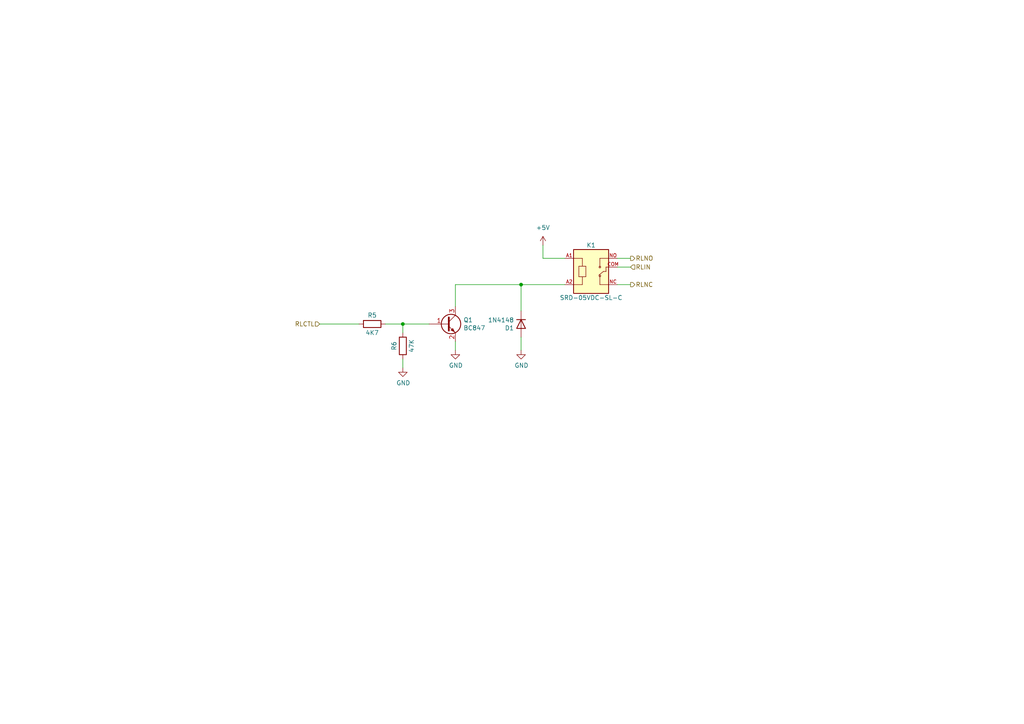
<source format=kicad_sch>
(kicad_sch (version 20211123) (generator eeschema)
  (paper "A4")
  (title_block (title "KAPAK/VANA KONTROL KARTI") (date "2022-06-28") (rev "2.0") (company "AKIM Elektronik LTD. STI.") (comment 1 "kursad@akim.com.tr") (comment 2 "Kursad Karslioglu"))
  (lib_symbols
    (symbol "Damlama:SRD-05VDC-SL-C" (pin_names (offset 1.016))
      (property "Reference" "K" (at -5.0809 5.843 0))
      (property "Value" "SRD-05VDC-SL-C" (at -5.0832 -10.1664 0))
      (symbol "SRD-05VDC-SL-C_0_0"
        (rectangle (start -5.08 -7.62) (end 5.08 5.08) (stroke (width 0.254)) (fill (type background)))
        (polyline (pts (xy -5.08 2.54) (xy -2.54 2.54)) (stroke (width 0.1524)))
        (polyline (pts (xy -3.556 -2.794) (xy -2.54 -2.794)) (stroke (width 0.1524)))
        (polyline (pts (xy -3.556 0.254) (xy -3.556 -2.794)) (stroke (width 0.1524)))
        (polyline (pts (xy -2.54 -5.08) (xy -5.08 -5.08)) (stroke (width 0.1524)))
        (polyline (pts (xy -2.54 -2.794) (xy -2.54 -5.08)) (stroke (width 0.1524)))
        (polyline (pts (xy -2.54 -2.794) (xy -1.524 -2.794)) (stroke (width 0.1524)))
        (polyline (pts (xy -2.54 0.254) (xy -3.556 0.254)) (stroke (width 0.1524)))
        (polyline (pts (xy -2.54 2.54) (xy -2.54 0.254)) (stroke (width 0.1524)))
        (polyline (pts (xy -1.524 -2.794) (xy -1.524 0.254)) (stroke (width 0.1524)))
        (polyline (pts (xy -1.524 0.254) (xy -2.54 0.254)) (stroke (width 0.1524)))
        (polyline (pts (xy 2.54 -5.08) (xy 5.08 -5.08)) (stroke (width 0.1524)))
        (polyline (pts (xy 2.54 -2.54) (xy 2.54 -5.08)) (stroke (width 0.1524)))
        (polyline (pts (xy 2.54 2.54) (xy 2.54 0)) (stroke (width 0.1524)))
        (polyline (pts (xy 3.556 -1.27) (xy 2.286 -2.286)) (stroke (width 0.1524)))
        (polyline (pts (xy 3.556 -1.27) (xy 4.318 -1.27)) (stroke (width 0.1524)))
        (polyline (pts (xy 4.318 -1.27) (xy 4.318 0)) (stroke (width 0.1524)))
        (polyline (pts (xy 4.318 0) (xy 5.08 0)) (stroke (width 0.1524)))
        (polyline (pts (xy 5.08 2.54) (xy 2.54 2.54)) (stroke (width 0.1524)))
        (circle (center 2.54 -2.54) (radius 0.254) (stroke (width 0.1524)))
        (circle (center 2.54 0) (radius 0.254) (stroke (width 0.1524)))
        (pin passive line (at -7.62 2.54 0) (length 2.54) (name "~") (number "A1"))
        (pin passive line (at -7.62 -5.08 0) (length 2.54) (name "~") (number "A2"))
        (pin passive line (at 7.62 0 180) (length 2.54) (name "~") (number "COM"))
        (pin passive line (at 7.62 -5.08 180) (length 2.54) (name "~") (number "NC"))
        (pin passive line (at 7.62 2.54 180) (length 2.54) (name "~") (number "NO"))
      )
    )
    (symbol "Device:R" (pin_numbers hide) (pin_names (offset 0))
      (property "Reference" "R" (at 2.032 0 90))
      (property "Value" "R" (at 0 0 90))
      (symbol "R_0_1"
        (rectangle (start -1.016 -2.54) (end 1.016 2.54) (stroke (width 0.254)))
      )
      (symbol "R_1_1"
        (pin passive line (at 0 3.81 270) (length 1.27) (name "~") (number "1"))
        (pin passive line (at 0 -3.81 90) (length 1.27) (name "~") (number "2"))
      )
    )
    (symbol "Diode:1N4148" (pin_numbers hide) (pin_names (offset 1.016) hide)
      (property "Reference" "D" (at 0 2.54 0))
      (property "Value" "1N4148" (at 0 -2.54 0))
      (symbol "1N4148_0_1"
        (polyline (pts (xy -1.27 1.27) (xy -1.27 -1.27)) (stroke (width 0.254)))
        (polyline (pts (xy 1.27 0) (xy -1.27 0)))
        (polyline (pts (xy 1.27 1.27) (xy 1.27 -1.27) (xy -1.27 0) (xy 1.27 1.27)) (stroke (width 0.254)))
      )
      (symbol "1N4148_1_1"
        (pin passive line (at -3.81 0 0) (length 2.54) (name "K") (number "1"))
        (pin passive line (at 3.81 0 180) (length 2.54) (name "A") (number "2"))
      )
    )
    (symbol "Transistor_BJT:BC847" (pin_names (offset 0) hide)
      (property "Reference" "Q" (at 5.08 1.905 0))
      (property "Value" "BC847" (at 5.08 0 0))
      (symbol "BC847_0_1"
        (polyline (pts (xy 0.635 0.635) (xy 2.54 2.54)))
        (polyline (pts (xy 0.635 -0.635) (xy 2.54 -2.54) (xy 2.54 -2.54)))
        (polyline (pts (xy 0.635 1.905) (xy 0.635 -1.905) (xy 0.635 -1.905)) (stroke (width 0.508)))
        (polyline (pts (xy 1.27 -1.778) (xy 1.778 -1.27) (xy 2.286 -2.286) (xy 1.27 -1.778) (xy 1.27 -1.778)) (fill (type outline)))
        (circle (center 1.27 0) (radius 2.8194) (stroke (width 0.254)))
      )
      (symbol "BC847_1_1"
        (pin input line (at -5.08 0 0) (length 5.715) (name "B") (number "1"))
        (pin passive line (at 2.54 -5.08 90) (length 2.54) (name "E") (number "2"))
        (pin passive line (at 2.54 5.08 270) (length 2.54) (name "C") (number "3"))
      )
    )
    (symbol "power:+5V" (power) (pin_names (offset 0))
      (property "Value" "+5V" (at 0 3.556 0))
      (symbol "+5V_0_1"
        (polyline (pts (xy -0.762 1.27) (xy 0 2.54)))
        (polyline (pts (xy 0 0) (xy 0 2.54)))
        (polyline (pts (xy 0 2.54) (xy 0.762 1.27)))
      )
      (symbol "+5V_1_1"
        (pin power_in line (at 0 0 90) (length 0) hide (name "+5V") (number "1"))
      )
    )
    (symbol "power:GND" (power) (pin_names (offset 0))
      (property "Value" "GND" (at 0 -3.81 0))
      (symbol "GND_0_1"
        (polyline (pts (xy 0 0) (xy 0 -1.27) (xy 1.27 -1.27) (xy 0 -2.54) (xy -1.27 -1.27) (xy 0 -1.27)))
      )
      (symbol "GND_1_1"
        (pin power_in line (at 0 0 270) (length 0) hide (name "GND") (number "1"))
      )
    )
  )
  (junction (at 116.84 93.98))
  (junction (at 151.13 82.55))
  (wire (pts (xy 151.13 82.55) (xy 151.13 90.17)))
  (wire (pts (xy 132.08 82.55) (xy 132.08 88.9)))
  (wire (pts (xy 157.48 74.93) (xy 163.83 74.93)))
  (wire (pts (xy 179.07 77.47) (xy 182.88 77.47)))
  (wire (pts (xy 116.84 93.98) (xy 124.46 93.98)))
  (wire (pts (xy 179.07 74.93) (xy 182.88 74.93)))
  (wire (pts (xy 116.84 96.52) (xy 116.84 93.98)))
  (wire (pts (xy 151.13 97.79) (xy 151.13 101.6)))
  (wire (pts (xy 132.08 99.06) (xy 132.08 101.6)))
  (wire (pts (xy 179.07 82.55) (xy 182.88 82.55)))
  (wire (pts (xy 111.76 93.98) (xy 116.84 93.98)))
  (wire (pts (xy 151.13 82.55) (xy 163.83 82.55)))
  (wire (pts (xy 157.48 71.12) (xy 157.48 74.93)))
  (wire (pts (xy 116.84 106.68) (xy 116.84 104.14)))
  (wire (pts (xy 132.08 82.55) (xy 151.13 82.55)))
  (wire (pts (xy 92.71 93.98) (xy 104.14 93.98)))
  (hierarchical_label "RLCTL" (shape input) (at 92.71 93.98 180))
  (hierarchical_label "RLIN" (shape input) (at 182.88 77.47 0))
  (hierarchical_label "RLNC" (shape output) (at 182.88 82.55 0))
  (hierarchical_label "RLNO" (shape output) (at 182.88 74.93 0))
  (symbol (lib_id "Transistor_BJT:BC847") (at 129.54 93.98 0) (unit 1)
    (property "Reference" "Q1" (at 134.3914 92.8116 0) (effects (justify left)))
    (property "Value" "BC847" (at 134.3914 95.123 0) (effects (justify left)))
    (property "Footprint" "Package_TO_SOT_SMD:SOT-23" (effects hide))
    (property "Datasheet" "http://www.infineon.com/dgdl/Infineon-BC847SERIES_BC848SERIES_BC849SERIES_BC850SERIES-DS-v01_01-en.pdf?fileId=db3a304314dca389011541d4630a1657" (effects hide))
    (property "Digikey" "3757-BC847C_R1_00001DKR-ND" (effects hide))
  )
  (symbol (lib_id "Device:R") (at 107.95 93.98 270) (unit 1)
    (property "Reference" "R5" (at 107.95 91.44 90))
    (property "Value" "4K7" (at 107.95 96.52 90))
    (property "Footprint" "Resistor_SMD:R_0603_1608Metric" (effects hide))
    (property "Digikey" "311-47.0KHRCT-ND" (effects hide))
  )
  (symbol (lib_id "Device:R") (at 116.84 100.33 0) (unit 1)
    (property "Reference" "R6" (at 114.3 100.33 90))
    (property "Value" "47K" (at 119.38 100.33 90))
    (property "Footprint" "Resistor_SMD:R_0603_1608Metric" (effects hide))
    (property "Digikey" "311-47.0KHRCT-ND" (effects hide))
  )
  (symbol (lib_id "power:GND") (at 116.84 106.68 0) (unit 1)
    (property "Reference" "#PWR019" (effects hide))
    (property "Value" "GND" (at 116.967 111.0742 0))
  )
  (symbol (lib_id "power:GND") (at 132.08 101.6 0) (unit 1)
    (property "Reference" "#PWR020" (effects hide))
    (property "Value" "GND" (at 132.207 105.9942 0))
  )
  (symbol (lib_id "Diode:1N4148") (at 151.13 93.98 270) (unit 1)
    (property "Reference" "D1" (at 149.098 95.1484 90) (effects (justify right)))
    (property "Value" "1N4148" (at 149.098 92.837 90) (effects (justify right)))
    (property "Footprint" "Diode_SMD:D_MiniMELF" (effects hide))
    (property "Datasheet" "https://assets.nexperia.com/documents/data-sheet/1N4148_1N4448.pdf" (effects hide))
    (property "Digikey" "1086-15206-ND" (effects hide))
  )
  (symbol (lib_id "Damlama:SRD-05VDC-SL-C") (at 171.45 77.47 0) (unit 1)
    (property "Reference" "K1" (at 171.45 71.12 0))
    (property "Value" "SRD-05VDC-SL-C" (at 171.45 86.36 0))
    (property "Footprint" "Damlama:RELAY_SRD-05VDC-SL-C" (effects hide))
    (property "STANDARD" "IPC-7251" (effects hide))
    (property "MANUFACTURER" "SONGLE RELAY" (effects hide))
  )
  (symbol (lib_id "power:+5V") (at 157.48 71.12 0) (unit 1)
    (property "Reference" "#PWR032" (effects hide))
    (property "Value" "+5V" (at 157.48 66.04 0))
  )
  (symbol (lib_id "power:GND") (at 151.13 101.6 0) (unit 1)
    (property "Reference" "#PWR031" (effects hide))
    (property "Value" "GND" (at 151.257 105.9942 0))
  )
)
</source>
